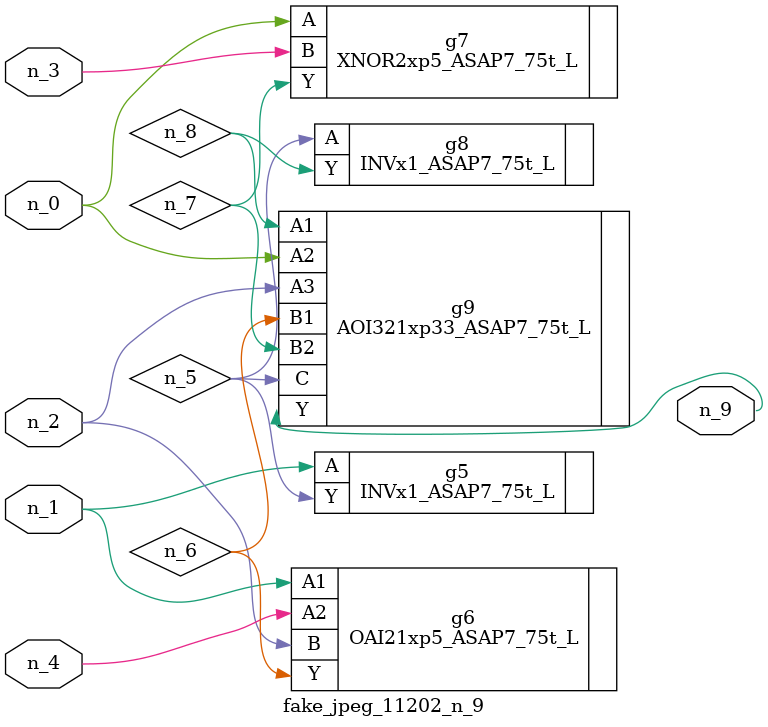
<source format=v>
module fake_jpeg_11202_n_9 (n_3, n_2, n_1, n_0, n_4, n_9);

input n_3;
input n_2;
input n_1;
input n_0;
input n_4;

output n_9;

wire n_8;
wire n_6;
wire n_5;
wire n_7;

INVx1_ASAP7_75t_L g5 ( 
.A(n_1),
.Y(n_5)
);

OAI21xp5_ASAP7_75t_L g6 ( 
.A1(n_1),
.A2(n_4),
.B(n_2),
.Y(n_6)
);

XNOR2xp5_ASAP7_75t_L g7 ( 
.A(n_0),
.B(n_3),
.Y(n_7)
);

INVx1_ASAP7_75t_L g8 ( 
.A(n_5),
.Y(n_8)
);

AOI321xp33_ASAP7_75t_L g9 ( 
.A1(n_8),
.A2(n_0),
.A3(n_2),
.B1(n_6),
.B2(n_7),
.C(n_5),
.Y(n_9)
);


endmodule
</source>
